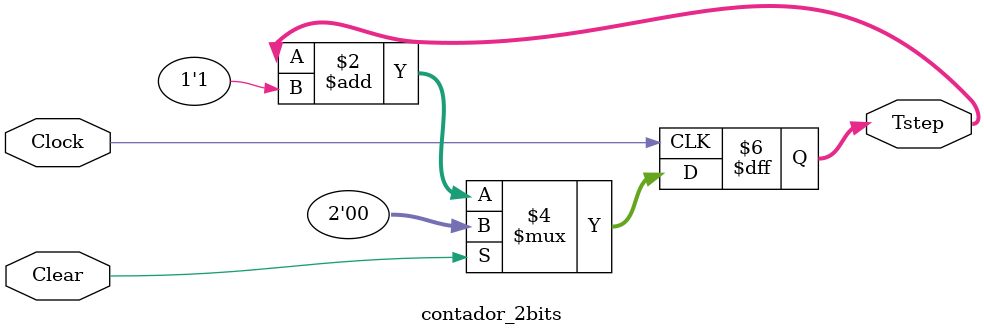
<source format=v>
module contador_2bits(Clear, Clock, Tstep);

  /*
  Usado pela unidade de controle para saber em que etapa da instrução está.
   
  Ao receber Clear, volta para T0.
   
  Caso contrário, incrementa em cada borda de subida do clock.
  */

  input Clear, Clock;
  output reg [1:0] Tstep;
  always @(posedge Clock)
    if (Clear)
      Tstep <= 2'b0;
    else
      Tstep <= Tstep + 1'b1;
endmodule

</source>
